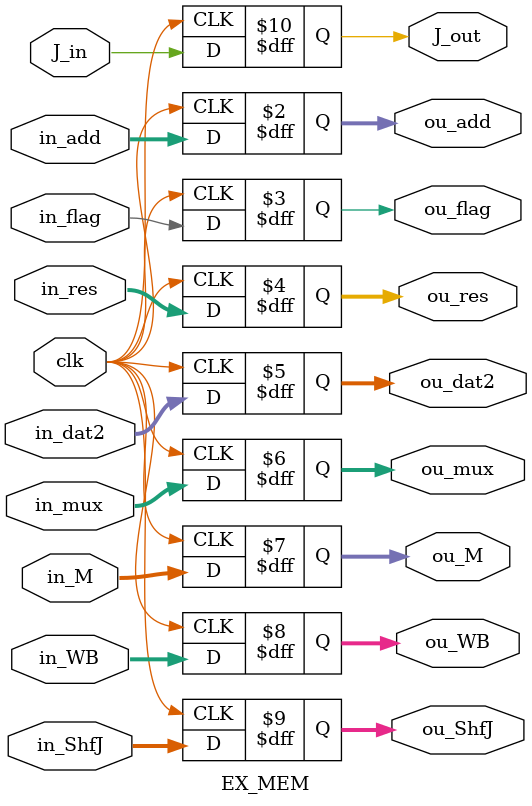
<source format=v>

`timescale 1ns/1ns

module EX_MEM(
    input clk,
    input [2:0]in_M,
    input [1:0]in_WB,
    input [31:0]in_add,
    input in_flag,
    input [31:0]in_res,
    input [31:0]in_dat2,
    input [4:0]in_mux,
    input [27:0]in_ShfJ,
    input J_in,
    output reg[31:0]ou_add,
    output reg ou_flag,
    output reg[31:0]ou_res,
    output reg[31:0]ou_dat2,
    output reg[4:0]ou_mux,
    output reg [2:0]ou_M,
    output reg[1:0]ou_WB,
    output reg [27:0]ou_ShfJ,
    output reg J_out
);

always @(posedge clk) begin
    ou_add = in_add;
    ou_flag = in_flag;
    ou_res = in_res;
    ou_dat2 = in_dat2;
    ou_mux = in_mux;
    ou_M = in_M;
    ou_WB = in_WB;
    J_out = J_in;
    ou_ShfJ = in_ShfJ;
end

endmodule

</source>
